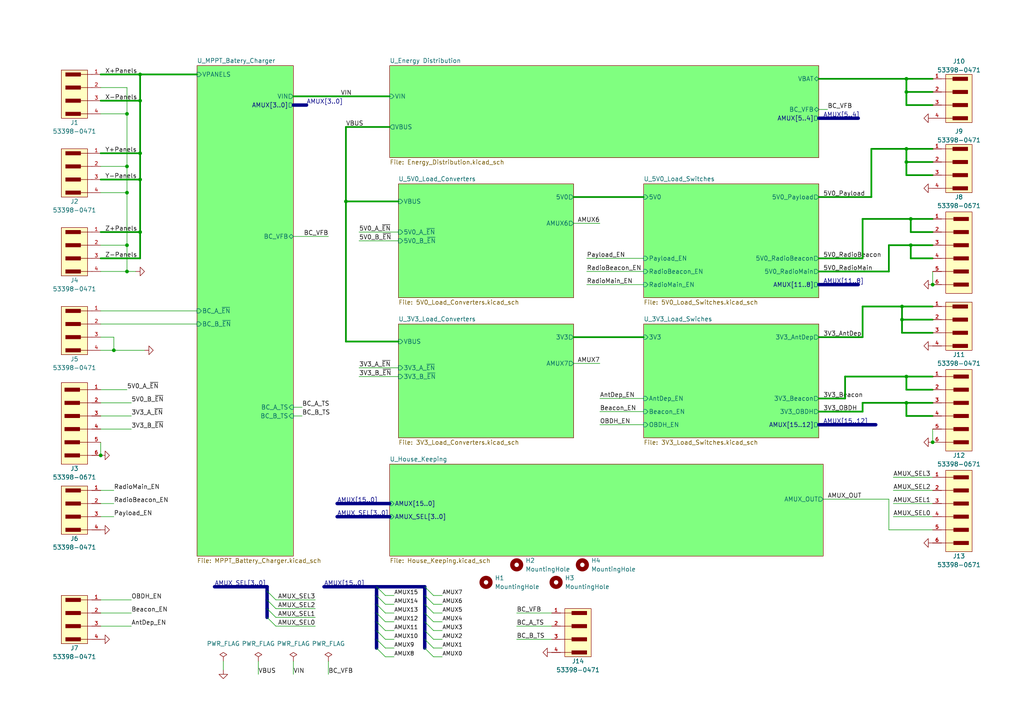
<source format=kicad_sch>
(kicad_sch (version 20230121) (generator eeschema)
  (paper "A4")
  (title_block (title "Reliability Enhanced Electrical Power System") (date "2023-08-03") (rev "v0.0") (comment 1 "João C. E. Barcellos <joaoclaudiobarcellos@gmail.com>") (comment 2 "Laura Debastiani <laudebastiani@gmail.com>"))
  (lib_symbols
    (symbol "533980471:533980471_1" (pin_names (offset 0))
      (property "Reference" "J" (at -11.43 -5.08 0))
      (property "Value" "53398-0471" (at -11.43 -7.62 0))
      (symbol "533980471_1_1_1"
        (rectangle (start -15.24 10.16) (end -7.62 -3.81) (fill (type background)))
        (rectangle (start -13.97 -2.032) (end -9.652 -3.048) (fill (type outline)))
        (rectangle (start -13.97 1.778) (end -9.652 0.762) (fill (type outline)))
        (rectangle (start -13.97 5.588) (end -9.652 4.572) (fill (type outline)))
        (rectangle (start -13.97 9.398) (end -9.652 8.382) (fill (type outline)))
        (polyline (pts (xy -11.938 -2.54) (xy -6.35 -2.54)))
        (polyline (pts (xy -11.938 1.27) (xy -6.35 1.27)))
        (polyline (pts (xy -11.938 5.08) (xy -6.35 5.08)))
        (polyline (pts (xy -11.938 8.89) (xy -6.35 8.89)))
        (pin passive line (at -3.81 8.89 180) (length 2.54) (name "") (number "1"))
        (pin passive line (at -3.81 5.08 180) (length 2.54) (name "") (number "2"))
        (pin passive line (at -3.81 1.27 180) (length 2.54) (name "") (number "3"))
        (pin passive line (at -3.81 -2.54 180) (length 2.54) (name "") (number "4"))
        (pin no_connect line (at -24.13 5.08 180) (length 2.54) hide (name "MNT_1") (number "5"))
        (pin no_connect line (at -24.13 1.27 180) (length 2.54) hide (name "MNT_2") (number "6"))
      )
    )
    (symbol "533980671:53398-0671" (pin_names (offset 0))
      (property "Reference" "J16" (at -8.89 3.81 0))
      (property "Value" "53398-0671" (at -8.89 1.27 0))
      (symbol "53398-0671_1_1"
        (rectangle (start -12.7 -0.508) (end -5.08 -24.13) (fill (type background)))
        (rectangle (start -11.684 -21.082) (end -7.366 -22.098) (fill (type outline)))
        (rectangle (start -11.684 -17.272) (end -7.366 -18.288) (fill (type outline)))
        (rectangle (start -11.684 -13.462) (end -7.366 -14.478) (fill (type outline)))
        (rectangle (start -11.684 -9.652) (end -7.366 -10.668) (fill (type outline)))
        (rectangle (start -11.684 -5.842) (end -7.366 -6.858) (fill (type outline)))
        (rectangle (start -11.684 -2.032) (end -7.366 -3.048) (fill (type outline)))
        (polyline (pts (xy -9.398 -21.59) (xy -3.81 -21.59)))
        (polyline (pts (xy -9.398 -17.78) (xy -3.81 -17.78)))
        (polyline (pts (xy -9.398 -13.97) (xy -3.81 -13.97)))
        (polyline (pts (xy -9.398 -10.16) (xy -3.81 -10.16)))
        (polyline (pts (xy -9.398 -6.35) (xy -3.81 -6.35)))
        (polyline (pts (xy -9.398 -2.54) (xy -3.81 -2.54)))
        (pin passive line (at -1.27 -2.54 180) (length 2.54) (name "") (number "1"))
        (pin passive line (at -1.27 -6.35 180) (length 2.54) (name "") (number "2"))
        (pin passive line (at -1.27 -10.16 180) (length 2.54) (name "") (number "3"))
        (pin passive line (at -1.27 -13.97 180) (length 2.54) (name "") (number "4"))
        (pin passive line (at -1.27 -17.78 180) (length 2.54) (name "") (number "5"))
        (pin passive line (at -1.27 -21.59 180) (length 2.54) (name "") (number "6"))
        (pin no_connect line (at -21.59 -10.16 180) (length 2.54) hide (name "MNT_1") (number "7"))
        (pin no_connect line (at -21.59 -13.97 180) (length 2.54) hide (name "MNT_2") (number "8"))
      )
    )
    (symbol "Mechanical:MountingHole" (pin_names (offset 1.016))
      (property "Reference" "H" (at 0 5.08 0))
      (property "Value" "MountingHole" (at 0 3.175 0))
      (symbol "MountingHole_0_1"
        (circle (center 0 0) (radius 1.27) (stroke (width 1.27)))
      )
    )
    (symbol "power:GND" (power) (pin_names (offset 0))
      (property "Value" "GND" (at 0 -3.81 0))
      (symbol "GND_0_1"
        (polyline (pts (xy 0 0) (xy 0 -1.27) (xy 1.27 -1.27) (xy 0 -2.54) (xy -1.27 -1.27) (xy 0 -1.27)))
      )
      (symbol "GND_1_1"
        (pin power_in line (at 0 0 270) (length 0) hide (name "GND") (number "1"))
      )
    )
    (symbol "power:PWR_FLAG" (power) (pin_numbers hide) (pin_names (offset 0) hide)
      (property "Value" "PWR_FLAG" (at 0 3.81 0))
      (symbol "PWR_FLAG_0_0"
        (pin power_out line (at 0 0 90) (length 0) (name "pwr") (number "1"))
      )
      (symbol "PWR_FLAG_0_1"
        (polyline (pts (xy 0 0) (xy 0 1.27) (xy -1.016 1.905) (xy 0 2.54) (xy 1.016 1.905) (xy 0 1.27)))
      )
    )
  )
  (junction (at 36.83 33.02))
  (junction (at 40.64 44.45))
  (junction (at 264.16 63.5))
  (junction (at 40.64 29.21))
  (junction (at 29.21 132.08))
  (junction (at 100.33 58.42))
  (junction (at 36.83 55.88))
  (junction (at 262.89 46.99))
  (junction (at 36.83 78.74))
  (junction (at 261.62 88.9))
  (junction (at 262.89 26.67))
  (junction (at 40.64 67.31))
  (junction (at 261.62 92.71))
  (junction (at 264.16 71.12))
  (junction (at 262.89 116.84))
  (junction (at 270.51 82.55))
  (junction (at 270.51 128.27))
  (junction (at 40.64 21.59))
  (junction (at 33.02 101.6))
  (junction (at 40.64 52.07))
  (junction (at 262.89 22.86))
  (junction (at 262.89 109.22))
  (junction (at 262.89 43.18))
  (junction (at 36.83 48.26))
  (junction (at 36.83 71.12))
  (bus_entry (at 109.22 182.88) (size 2.54 2.54))
  (bus_entry (at 109.22 187.96) (size 2.54 2.54))
  (bus_entry (at 123.19 175.26) (size 2.54 2.54))
  (bus_entry (at 109.22 175.26) (size 2.54 2.54))
  (bus_entry (at 109.22 180.34) (size 2.54 2.54))
  (bus_entry (at 109.22 177.8) (size 2.54 2.54))
  (bus_entry (at 123.19 182.88) (size 2.54 2.54))
  (bus_entry (at 109.22 185.42) (size 2.54 2.54))
  (bus_entry (at 123.19 177.8) (size 2.54 2.54))
  (bus_entry (at 123.19 187.96) (size 2.54 2.54))
  (bus_entry (at 77.47 171.45) (size 2.54 2.54))
  (bus_entry (at 123.19 180.34) (size 2.54 2.54))
  (bus_entry (at 123.19 185.42) (size 2.54 2.54))
  (bus_entry (at 77.47 176.53) (size 2.54 2.54))
  (bus_entry (at 123.19 172.72) (size 2.54 2.54))
  (bus_entry (at 123.19 170.18) (size 2.54 2.54))
  (bus_entry (at 77.47 173.99) (size 2.54 2.54))
  (bus_entry (at 77.47 179.07) (size 2.54 2.54))
  (bus_entry (at 109.22 170.18) (size 2.54 2.54))
  (bus_entry (at 109.22 172.72) (size 2.54 2.54))
  (wire (pts (xy 29.21 90.17) (xy 57.15 90.17)))
  (wire (pts (xy 250.19 63.5) (xy 250.19 74.93)) (stroke (width 0.5)))
  (wire (pts (xy 262.89 43.18) (xy 270.51 43.18)) (stroke (width 0.5)))
  (wire (pts (xy 262.89 120.65) (xy 262.89 116.84)) (stroke (width 0.5)))
  (bus (pts (xy 123.19 175.26) (xy 123.19 177.8)) (stroke (width 1)))
  (wire (pts (xy 270.51 124.46) (xy 270.51 128.27)))
  (wire (pts (xy 270.51 96.52) (xy 261.62 96.52)) (stroke (width 0.5)))
  (wire (pts (xy 91.44 176.53) (xy 80.01 176.53)))
  (wire (pts (xy 125.73 175.26) (xy 128.27 175.26)))
  (wire (pts (xy 262.89 46.99) (xy 262.89 43.18)) (stroke (width 0.5)))
  (wire (pts (xy 245.11 109.22) (xy 245.11 115.57)) (stroke (width 0.5)))
  (wire (pts (xy 29.21 124.46) (xy 38.1 124.46)))
  (wire (pts (xy 29.21 146.05) (xy 33.02 146.05)))
  (wire (pts (xy 270.51 153.67) (xy 257.81 153.67)))
  (wire (pts (xy 29.21 44.45) (xy 40.64 44.45)) (stroke (width 0.5)))
  (wire (pts (xy 261.62 88.9) (xy 270.51 88.9)) (stroke (width 0.5)))
  (wire (pts (xy 237.49 31.75) (xy 240.03 31.75)))
  (wire (pts (xy 85.09 191.77) (xy 85.09 195.58)))
  (bus (pts (xy 109.22 172.72) (xy 109.22 175.26)) (stroke (width 1)))
  (wire (pts (xy 261.62 92.71) (xy 261.62 88.9)) (stroke (width 0.5)))
  (wire (pts (xy 166.37 57.15) (xy 186.69 57.15)) (stroke (width 0.5)))
  (wire (pts (xy 85.09 118.11) (xy 87.63 118.11)))
  (wire (pts (xy 40.64 21.59) (xy 40.64 29.21)) (stroke (width 0.5)))
  (bus (pts (xy 77.47 176.53) (xy 77.47 179.07)) (stroke (width 1)))
  (wire (pts (xy 29.21 93.98) (xy 57.15 93.98)))
  (wire (pts (xy 125.73 182.88) (xy 128.27 182.88)))
  (wire (pts (xy 262.89 26.67) (xy 262.89 22.86)) (stroke (width 0.5)))
  (wire (pts (xy 270.51 26.67) (xy 262.89 26.67)) (stroke (width 0.5)))
  (wire (pts (xy 36.83 25.4) (xy 29.21 25.4)))
  (wire (pts (xy 29.21 78.74) (xy 36.83 78.74)))
  (wire (pts (xy 270.51 120.65) (xy 262.89 120.65)) (stroke (width 0.5)))
  (wire (pts (xy 250.19 88.9) (xy 250.19 97.79)) (stroke (width 0.5)))
  (wire (pts (xy 74.93 191.77) (xy 74.93 195.58)))
  (wire (pts (xy 29.21 52.07) (xy 40.64 52.07)) (stroke (width 0.5)))
  (wire (pts (xy 264.16 74.93) (xy 264.16 71.12)) (stroke (width 0.5)))
  (wire (pts (xy 100.33 99.06) (xy 100.33 58.42)) (stroke (width 0.5)))
  (wire (pts (xy 250.19 119.38) (xy 250.19 116.84)) (stroke (width 0.5)))
  (bus (pts (xy 237.49 82.55) (xy 248.92 82.55)) (stroke (width 1)))
  (wire (pts (xy 36.83 25.4) (xy 36.83 33.02)))
  (wire (pts (xy 125.73 177.8) (xy 128.27 177.8)))
  (wire (pts (xy 115.57 99.06) (xy 100.33 99.06)) (stroke (width 0.5)))
  (wire (pts (xy 104.14 106.68) (xy 115.57 106.68)))
  (wire (pts (xy 64.77 191.77) (xy 64.77 194.31)))
  (wire (pts (xy 173.99 123.19) (xy 186.69 123.19)))
  (wire (pts (xy 111.76 187.96) (xy 114.3 187.96)))
  (wire (pts (xy 252.73 43.18) (xy 262.89 43.18)) (stroke (width 0.5)))
  (wire (pts (xy 259.08 146.05) (xy 270.51 146.05)))
  (wire (pts (xy 173.99 115.57) (xy 186.69 115.57)))
  (wire (pts (xy 257.81 71.12) (xy 264.16 71.12)) (stroke (width 0.5)))
  (wire (pts (xy 259.08 149.86) (xy 270.51 149.86)))
  (wire (pts (xy 125.73 190.5) (xy 128.27 190.5)))
  (wire (pts (xy 104.14 67.31) (xy 115.57 67.31)))
  (wire (pts (xy 104.14 69.85) (xy 115.57 69.85)))
  (wire (pts (xy 125.73 187.96) (xy 128.27 187.96)))
  (bus (pts (xy 109.22 175.26) (xy 109.22 177.8)) (stroke (width 1)))
  (wire (pts (xy 264.16 71.12) (xy 270.51 71.12)) (stroke (width 0.5)))
  (bus (pts (xy 109.22 170.18) (xy 123.19 170.18)) (stroke (width 1)))
  (wire (pts (xy 264.16 67.31) (xy 264.16 63.5)) (stroke (width 0.5)))
  (bus (pts (xy 97.79 146.05) (xy 113.03 146.05)) (stroke (width 1)))
  (wire (pts (xy 29.21 120.65) (xy 38.1 120.65)))
  (wire (pts (xy 36.83 48.26) (xy 36.83 55.88)))
  (wire (pts (xy 100.33 36.83) (xy 113.03 36.83)) (stroke (width 0.5)))
  (bus (pts (xy 123.19 172.72) (xy 123.19 175.26)) (stroke (width 1)))
  (wire (pts (xy 40.64 21.59) (xy 57.15 21.59)) (stroke (width 0.5)))
  (wire (pts (xy 29.21 177.8) (xy 38.1 177.8)))
  (wire (pts (xy 29.21 29.21) (xy 40.64 29.21)) (stroke (width 0.5)))
  (wire (pts (xy 29.21 97.79) (xy 33.02 97.79)))
  (bus (pts (xy 109.22 170.18) (xy 109.22 172.72)) (stroke (width 1)))
  (wire (pts (xy 111.76 175.26) (xy 114.3 175.26)))
  (wire (pts (xy 111.76 190.5) (xy 114.3 190.5)))
  (wire (pts (xy 29.21 181.61) (xy 38.1 181.61)))
  (bus (pts (xy 123.19 177.8) (xy 123.19 180.34)) (stroke (width 1)))
  (wire (pts (xy 29.21 149.86) (xy 33.02 149.86)))
  (wire (pts (xy 29.21 48.26) (xy 36.83 48.26)))
  (wire (pts (xy 111.76 172.72) (xy 114.3 172.72)))
  (wire (pts (xy 29.21 67.31) (xy 40.64 67.31)) (stroke (width 0.5)))
  (wire (pts (xy 85.09 27.94) (xy 113.03 27.94)) (stroke (width 0.5)))
  (wire (pts (xy 95.25 191.77) (xy 95.25 195.58)))
  (wire (pts (xy 262.89 109.22) (xy 270.51 109.22)) (stroke (width 0.5)))
  (wire (pts (xy 36.83 71.12) (xy 36.83 78.74)))
  (wire (pts (xy 29.21 52.07) (xy 30.48 52.07)))
  (wire (pts (xy 40.64 52.07) (xy 40.64 67.31)) (stroke (width 0.5)))
  (wire (pts (xy 125.73 180.34) (xy 128.27 180.34)))
  (wire (pts (xy 270.51 67.31) (xy 264.16 67.31)) (stroke (width 0.5)))
  (wire (pts (xy 262.89 22.86) (xy 270.51 22.86)) (stroke (width 0.5)))
  (wire (pts (xy 166.37 105.41) (xy 173.99 105.41)))
  (wire (pts (xy 270.51 74.93) (xy 264.16 74.93)) (stroke (width 0.5)))
  (bus (pts (xy 237.49 123.19) (xy 254 123.19)) (stroke (width 1)))
  (bus (pts (xy 237.49 34.29) (xy 248.92 34.29)) (stroke (width 1)))
  (wire (pts (xy 40.64 67.31) (xy 40.64 74.93)) (stroke (width 0.5)))
  (wire (pts (xy 40.64 29.21) (xy 40.64 44.45)) (stroke (width 0.5)))
  (wire (pts (xy 40.64 44.45) (xy 40.64 52.07)) (stroke (width 0.5)))
  (bus (pts (xy 85.09 30.48) (xy 88.9 30.48)) (stroke (width 1)))
  (wire (pts (xy 29.21 21.59) (xy 40.64 21.59)) (stroke (width 0.5)))
  (wire (pts (xy 149.86 181.61) (xy 160.02 181.61)))
  (bus (pts (xy 123.19 180.34) (xy 123.19 182.88)) (stroke (width 1)))
  (wire (pts (xy 29.21 33.02) (xy 36.83 33.02)))
  (wire (pts (xy 270.51 46.99) (xy 262.89 46.99)) (stroke (width 0.5)))
  (wire (pts (xy 237.49 78.74) (xy 257.81 78.74)) (stroke (width 0.5)))
  (wire (pts (xy 237.49 97.79) (xy 250.19 97.79)) (stroke (width 0.5)))
  (wire (pts (xy 166.37 64.77) (xy 173.99 64.77)))
  (wire (pts (xy 173.99 119.38) (xy 186.69 119.38)))
  (bus (pts (xy 109.22 182.88) (xy 109.22 185.42)) (stroke (width 1)))
  (bus (pts (xy 123.19 185.42) (xy 123.19 187.96)) (stroke (width 1)))
  (wire (pts (xy 270.51 50.8) (xy 262.89 50.8)) (stroke (width 0.5)))
  (bus (pts (xy 93.98 170.18) (xy 109.22 170.18)) (stroke (width 1)))
  (wire (pts (xy 245.11 109.22) (xy 262.89 109.22)) (stroke (width 0.5)))
  (wire (pts (xy 270.51 113.03) (xy 262.89 113.03)) (stroke (width 0.5)))
  (wire (pts (xy 237.49 74.93) (xy 250.19 74.93)) (stroke (width 0.5)))
  (wire (pts (xy 111.76 185.42) (xy 114.3 185.42)))
  (wire (pts (xy 270.51 78.74) (xy 270.51 82.55)))
  (wire (pts (xy 237.49 119.38) (xy 250.19 119.38)) (stroke (width 0.5)))
  (wire (pts (xy 252.73 57.15) (xy 237.49 57.15)) (stroke (width 0.5)))
  (bus (pts (xy 123.19 182.88) (xy 123.19 185.42)) (stroke (width 1)))
  (bus (pts (xy 97.79 149.86) (xy 113.03 149.86)) (stroke (width 1)))
  (wire (pts (xy 270.51 30.48) (xy 262.89 30.48)) (stroke (width 0.5)))
  (wire (pts (xy 125.73 185.42) (xy 128.27 185.42)))
  (wire (pts (xy 257.81 153.67) (xy 257.81 144.78)))
  (bus (pts (xy 109.22 185.42) (xy 109.22 187.96)) (stroke (width 1)))
  (wire (pts (xy 29.21 71.12) (xy 36.83 71.12)))
  (wire (pts (xy 262.89 50.8) (xy 262.89 46.99)) (stroke (width 0.5)))
  (wire (pts (xy 36.83 33.02) (xy 36.83 48.26)))
  (wire (pts (xy 262.89 30.48) (xy 262.89 26.67)) (stroke (width 0.5)))
  (wire (pts (xy 91.44 173.99) (xy 80.01 173.99)))
  (wire (pts (xy 29.21 55.88) (xy 36.83 55.88)))
  (bus (pts (xy 109.22 177.8) (xy 109.22 180.34)) (stroke (width 1)))
  (wire (pts (xy 40.64 74.93) (xy 29.21 74.93)) (stroke (width 0.5)))
  (wire (pts (xy 237.49 22.86) (xy 262.89 22.86)) (stroke (width 0.5)))
  (wire (pts (xy 36.83 55.88) (xy 36.83 71.12)))
  (wire (pts (xy 29.21 113.03) (xy 36.83 113.03)))
  (wire (pts (xy 250.19 88.9) (xy 261.62 88.9)) (stroke (width 0.5)))
  (wire (pts (xy 252.73 43.18) (xy 252.73 57.15)) (stroke (width 0.5)))
  (wire (pts (xy 238.76 144.78) (xy 257.81 144.78)))
  (wire (pts (xy 91.44 179.07) (xy 80.01 179.07)))
  (wire (pts (xy 270.51 92.71) (xy 261.62 92.71)) (stroke (width 0.5)))
  (bus (pts (xy 77.47 173.99) (xy 77.47 176.53)) (stroke (width 1)))
  (wire (pts (xy 250.19 116.84) (xy 262.89 116.84)) (stroke (width 0.5)))
  (wire (pts (xy 170.18 74.93) (xy 186.69 74.93)))
  (wire (pts (xy 111.76 180.34) (xy 114.3 180.34)))
  (wire (pts (xy 111.76 177.8) (xy 114.3 177.8)))
  (wire (pts (xy 166.37 97.79) (xy 186.69 97.79)) (stroke (width 0.5)))
  (wire (pts (xy 149.86 177.8) (xy 160.02 177.8)))
  (wire (pts (xy 29.21 101.6) (xy 33.02 101.6)))
  (bus (pts (xy 62.23 170.18) (xy 77.47 170.18)) (stroke (width 1)))
  (wire (pts (xy 237.49 115.57) (xy 245.11 115.57)) (stroke (width 0.5)))
  (wire (pts (xy 33.02 101.6) (xy 41.91 101.6)))
  (wire (pts (xy 29.21 128.27) (xy 29.21 132.08)))
  (wire (pts (xy 250.19 63.5) (xy 264.16 63.5)) (stroke (width 0.5)))
  (wire (pts (xy 170.18 82.55) (xy 186.69 82.55)))
  (wire (pts (xy 91.44 181.61) (xy 80.01 181.61)))
  (wire (pts (xy 259.08 142.24) (xy 270.51 142.24)))
  (wire (pts (xy 95.25 68.58) (xy 85.09 68.58)))
  (wire (pts (xy 100.33 58.42) (xy 115.57 58.42)) (stroke (width 0.5)))
  (wire (pts (xy 104.14 109.22) (xy 115.57 109.22)))
  (wire (pts (xy 257.81 78.74) (xy 257.81 71.12)) (stroke (width 0.5)))
  (bus (pts (xy 77.47 171.45) (xy 77.47 173.99)) (stroke (width 1)))
  (wire (pts (xy 29.21 173.99) (xy 38.1 173.99)))
  (bus (pts (xy 77.47 170.18) (xy 77.47 171.45)) (stroke (width 1)))
  (wire (pts (xy 100.33 58.42) (xy 100.33 36.83)) (stroke (width 0.5)))
  (wire (pts (xy 261.62 96.52) (xy 261.62 92.71)) (stroke (width 0.5)))
  (bus (pts (xy 123.19 170.18) (xy 123.19 172.72)) (stroke (width 1)))
  (wire (pts (xy 149.86 185.42) (xy 160.02 185.42)))
  (wire (pts (xy 264.16 63.5) (xy 270.51 63.5)) (stroke (width 0.5)))
  (wire (pts (xy 85.09 120.65) (xy 87.63 120.65)))
  (wire (pts (xy 125.73 172.72) (xy 128.27 172.72)))
  (wire (pts (xy 111.76 182.88) (xy 114.3 182.88)))
  (wire (pts (xy 262.89 116.84) (xy 270.51 116.84)) (stroke (width 0.5)))
  (bus (pts (xy 109.22 180.34) (xy 109.22 182.88)) (stroke (width 1)))
  (wire (pts (xy 262.89 113.03) (xy 262.89 109.22)) (stroke (width 0.5)))
  (wire (pts (xy 170.18 78.74) (xy 186.69 78.74)))
  (wire (pts (xy 36.83 78.74) (xy 39.37 78.74)))
  (wire (pts (xy 259.08 138.43) (xy 270.51 138.43)))
  (wire (pts (xy 29.21 116.84) (xy 38.1 116.84)))
  (wire (pts (xy 29.21 142.24) (xy 33.02 142.24)))
  (wire (pts (xy 33.02 97.79) (xy 33.02 101.6)))
  (label "AMUX1" (at 128.27 187.96 0) (effects (font (size 1.15 1.15))))
  (label "3V3_B_~{EN}" (at 104.14 109.22 0))
  (label "3V3_Beacon" (at 238.76 115.57 0))
  (label "BC_B_TS" (at 87.63 120.65 0))
  (label "AMUX10" (at 114.3 185.42 0) (effects (font (size 1.15 1.15))))
  (label "AMUX[15..0]" (at 97.79 146.05 0))
  (label "Beacon_EN" (at 173.99 119.38 0))
  (label "AMUX[11..8]" (at 238.76 82.55 0))
  (label "AMUX[15..12]" (at 238.76 123.19 0))
  (label "AMUX15" (at 114.3 172.72 0) (effects (font (size 1.15 1.15))))
  (label "VIN" (at 85.09 195.58 0))
  (label "5V0_B_~{EN}" (at 38.1 116.84 0))
  (label "AMUX9" (at 114.3 187.96 0) (effects (font (size 1.15 1.15))))
  (label "AMUX6" (at 173.99 64.77 180))
  (label "BC_VFB" (at 149.86 177.8 0))
  (label "AMUX[3..0]" (at 88.9 30.48 0))
  (label "AMUX_SEL[3..0]" (at 62.23 170.18 0))
  (label "AMUX_SEL3" (at 91.44 173.99 180))
  (label "AMUX12" (at 114.3 180.34 0) (effects (font (size 1.15 1.15))))
  (label "Z-Panels" (at 30.48 74.93 0))
  (label "AMUX_SEL[3..0]" (at 97.79 149.86 0))
  (label "VBUS" (at 100.33 36.83 0))
  (label "5V0_A_~{EN}" (at 36.83 113.03 0))
  (label "5V0_A_~{EN}" (at 104.14 67.31 0))
  (label "3V3_A_~{EN}" (at 104.14 106.68 0))
  (label "AMUX5" (at 128.27 177.8 0) (effects (font (size 1.15 1.15))))
  (label "AMUX6" (at 128.27 175.26 0) (effects (font (size 1.15 1.15))))
  (label "BC_A_TS" (at 87.63 118.11 0))
  (label "AMUX_SEL3" (at 259.08 138.43 0))
  (label "AMUX7" (at 173.99 105.41 180))
  (label "AMUX14" (at 114.3 175.26 0) (effects (font (size 1.15 1.15))))
  (label "AMUX_OUT" (at 240.03 144.78 0))
  (label "AMUX3" (at 128.27 182.88 0) (effects (font (size 1.15 1.15))))
  (label "Y+Panels" (at 30.48 44.45 0))
  (label "AMUX_SEL0" (at 91.44 181.61 180))
  (label "AntDep_EN" (at 173.99 115.57 0))
  (label "BC_B_TS" (at 149.86 185.42 0))
  (label "RadioBeacon_EN" (at 33.02 146.05 0))
  (label "AMUX[15..0]" (at 93.98 170.18 0))
  (label "Beacon_EN" (at 38.1 177.8 0))
  (label "RadioMain_EN" (at 33.02 142.24 0))
  (label "BC_A_TS" (at 149.86 181.61 0))
  (label "AMUX_SEL2" (at 259.08 142.24 0))
  (label "AMUX_SEL0" (at 259.08 149.86 0))
  (label "AMUX11" (at 114.3 182.88 0) (effects (font (size 1.15 1.15))))
  (label "Y-Panels" (at 30.48 52.07 0))
  (label "X+Panels" (at 30.48 21.59 0))
  (label "AMUX8" (at 114.3 190.5 0) (effects (font (size 1.15 1.15))))
  (label "BC_VFB" (at 95.25 68.58 180))
  (label "Payload_EN" (at 170.18 74.93 0))
  (label "AntDep_EN" (at 38.1 181.61 0))
  (label "5V0_B_~{EN}" (at 104.14 69.85 0))
  (label "AMUX13" (at 114.3 177.8 0) (effects (font (size 1.15 1.15))))
  (label "OBDH_EN" (at 38.1 173.99 0))
  (label "3V3_AntDep" (at 238.76 97.79 0))
  (label "AMUX0" (at 128.27 190.5 0) (effects (font (size 1.15 1.15))))
  (label "VBUS" (at 74.93 195.58 0))
  (label "AMUX7" (at 128.27 172.72 0) (effects (font (size 1.15 1.15))))
  (label "AMUX_SEL2" (at 91.44 176.53 180))
  (label "3V3_A_~{EN}" (at 38.1 120.65 0))
  (label "AMUX_SEL1" (at 259.08 146.05 0))
  (label "5V0_RadioMain" (at 238.76 78.74 0))
  (label "BC_VFB" (at 95.25 195.58 0))
  (label "5V0_RadioBeacon" (at 238.76 74.93 0))
  (label "BC_VFB" (at 240.03 31.75 0))
  (label "Payload_EN" (at 33.02 149.86 0))
  (label "3V3_OBDH" (at 238.76 119.38 0))
  (label "3V3_B_~{EN}" (at 38.1 124.46 0))
  (label "RadioMain_EN" (at 170.18 82.55 0))
  (label "5V0_Payload" (at 238.76 57.15 0))
  (label "AMUX[5..4]" (at 238.76 34.29 0))
  (label "RadioBeacon_EN" (at 170.18 78.74 0))
  (label "AMUX4" (at 128.27 180.34 0) (effects (font (size 1.15 1.15))))
  (label "Z+Panels" (at 30.48 67.31 0))
  (label "VIN" (at 98.8105 27.94 0))
  (label "X-Panels" (at 30.48 29.21 0))
  (label "AMUX2" (at 128.27 185.42 0) (effects (font (size 1.15 1.15))))
  (label "AMUX_SEL1" (at 91.44 179.07 180))
  (label "OBDH_EN" (at 173.99 123.19 0))
  (symbol (lib_id "power:GND") (at 39.37 78.74 90) (unit 1)
    (property "Reference" "#PWR039" (effects hide))
    (property "Value" "Earth" (effects hide))
  )
  (symbol (lib_id "power:GND") (at 270.51 34.29 270) (unit 1)
    (property "Reference" "#PWR042" (effects hide))
    (property "Value" "Earth" (effects hide))
  )
  (symbol (lib_id "533980471:533980471_1") (at 33.02 99.06 0) (unit 1)
    (property "Reference" "J5" (at 21.59 104.14 0))
    (property "Value" "53398-0471" (at 21.59 106.68 0))
    (property "Footprint" "footprints:533980471" (effects hide))
    (property "Datasheet" "https://www.molex.com/pdm_docs/ps/PS-51021-024-001.pdf" (effects hide))
    (property "ambient temperature range high" "+105°C" (effects hide))
    (property "ambient temperature range low" "-40°C" (effects hide))
    (property "automotive" "No" (effects hide))
    (property "category" "Conn" (effects hide))
    (property "contact material" "Tin" (effects hide))
    (property "current rating" "1A" (effects hide))
    (property "device class L1" "Connectors" (effects hide))
    (property "device class L2" "Headers and Wire Housings" (effects hide))
    (property "device class L3" "unset" (effects hide))
    (property "digikey description" "CONN HEADER SMD 4POS 1.25MM" (effects hide))
    (property "digikey part number" "WM7608CT-ND" (effects hide))
    (property "footprint url" "https://www.molex.com/pdm_docs/sd/533980471_sd.pdf" (effects hide))
    (property "height" "5.1mm" (effects hide))
    (property "is connector" "yes" (effects hide))
    (property "is male" "yes" (effects hide))
    (property "lead free" "Yes" (effects hide))
    (property "library id" "4d2e3deedc0cf3e3" (effects hide))
    (property "manufacturer" "Molex" (effects hide))
    (property "mouser part number" "538-53398-0471" (effects hide))
    (property "number of contacts" "4" (effects hide))
    (property "number of rows" "1" (effects hide))
    (property "package" "HDR4" (effects hide))
    (property "pitch" "1.25mm" (effects hide))
    (property "rohs" "Yes" (effects hide))
    (property "standoff height" "0.05mm" (effects hide))
    (property "temperature range high" "+105°C" (effects hide))
    (property "temperature range low" "-40°C" (effects hide))
    (property "voltage rating" "125V" (effects hide))
  )
  (symbol (lib_id "533980471:533980471_1") (at 33.02 53.34 0) (unit 1)
    (property "Reference" "J2" (at 21.59 58.42 0))
    (property "Value" "53398-0471" (at 21.59 60.96 0))
    (property "Footprint" "footprints:533980471" (effects hide))
    (property "Datasheet" "https://www.molex.com/pdm_docs/ps/PS-51021-024-001.pdf" (effects hide))
    (property "ambient temperature range high" "+105°C" (effects hide))
    (property "ambient temperature range low" "-40°C" (effects hide))
    (property "automotive" "No" (effects hide))
    (property "category" "Conn" (effects hide))
    (property "contact material" "Tin" (effects hide))
    (property "current rating" "1A" (effects hide))
    (property "device class L1" "Connectors" (effects hide))
    (property "device class L2" "Headers and Wire Housings" (effects hide))
    (property "device class L3" "unset" (effects hide))
    (property "digikey description" "CONN HEADER SMD 4POS 1.25MM" (effects hide))
    (property "digikey part number" "WM7608CT-ND" (effects hide))
    (property "footprint url" "https://www.molex.com/pdm_docs/sd/533980471_sd.pdf" (effects hide))
    (property "height" "5.1mm" (effects hide))
    (property "is connector" "yes" (effects hide))
    (property "is male" "yes" (effects hide))
    (property "lead free" "Yes" (effects hide))
    (property "library id" "4d2e3deedc0cf3e3" (effects hide))
    (property "manufacturer" "Molex" (effects hide))
    (property "mouser part number" "538-53398-0471" (effects hide))
    (property "number of contacts" "4" (effects hide))
    (property "number of rows" "1" (effects hide))
    (property "package" "HDR4" (effects hide))
    (property "pitch" "1.25mm" (effects hide))
    (property "rohs" "Yes" (effects hide))
    (property "standoff height" "0.05mm" (effects hide))
    (property "temperature range high" "+105°C" (effects hide))
    (property "temperature range low" "-40°C" (effects hide))
    (property "voltage rating" "125V" (effects hide))
  )
  (symbol (lib_id "Mechanical:MountingHole") (at 168.91 163.83 0) (unit 1)
    (property "Reference" "H4" (at 171.45 162.56 0) (effects (justify left)))
    (property "Value" "MountingHole" (at 171.45 165.1 0) (effects (justify left)))
    (property "Footprint" "MountingHole:MountingHole_3.2mm_M3_ISO14580_Pad" (effects hide))
  )
  (symbol (lib_id "power:GND") (at 270.51 82.55 270) (unit 1)
    (property "Reference" "#PWR0119" (effects hide))
    (property "Value" "Earth" (effects hide))
  )
  (symbol (lib_id "Mechanical:MountingHole") (at 161.29 168.91 0) (unit 1)
    (property "Reference" "H3" (at 163.83 167.64 0) (effects (justify left)))
    (property "Value" "MountingHole" (at 163.83 170.18 0) (effects (justify left)))
    (property "Footprint" "MountingHole:MountingHole_3.2mm_M3_ISO14580_Pad" (effects hide))
  )
  (symbol (lib_id "533980471:533980471_1") (at 156.21 186.69 0) (mirror y) (unit 1)
    (property "Reference" "J14" (at 167.64 191.77 0))
    (property "Value" "53398-0471" (at 167.64 194.31 0))
    (property "Footprint" "footprints:533980471" (effects hide))
    (property "Datasheet" "https://www.molex.com/pdm_docs/ps/PS-51021-024-001.pdf" (effects hide))
    (property "ambient temperature range high" "+105°C" (effects hide))
    (property "ambient temperature range low" "-40°C" (effects hide))
    (property "automotive" "No" (effects hide))
    (property "category" "Conn" (effects hide))
    (property "contact material" "Tin" (effects hide))
    (property "current rating" "1A" (effects hide))
    (property "device class L1" "Connectors" (effects hide))
    (property "device class L2" "Headers and Wire Housings" (effects hide))
    (property "device class L3" "unset" (effects hide))
    (property "digikey description" "CONN HEADER SMD 4POS 1.25MM" (effects hide))
    (property "digikey part number" "WM7608CT-ND" (effects hide))
    (property "footprint url" "https://www.molex.com/pdm_docs/sd/533980471_sd.pdf" (effects hide))
    (property "height" "5.1mm" (effects hide))
    (property "is connector" "yes" (effects hide))
    (property "is male" "yes" (effects hide))
    (property "lead free" "Yes" (effects hide))
    (property "library id" "4d2e3deedc0cf3e3" (effects hide))
    (property "manufacturer" "Molex" (effects hide))
    (property "mouser part number" "538-53398-0471" (effects hide))
    (property "number of contacts" "4" (effects hide))
    (property "number of rows" "1" (effects hide))
    (property "package" "HDR4" (effects hide))
    (property "pitch" "1.25mm" (effects hide))
    (property "rohs" "Yes" (effects hide))
    (property "standoff height" "0.05mm" (effects hide))
    (property "temperature range high" "+105°C" (effects hide))
    (property "temperature range low" "-40°C" (effects hide))
    (property "voltage rating" "125V" (effects hide))
  )
  (symbol (lib_id "power:PWR_FLAG") (at 95.25 191.77 0) (unit 1)
    (property "Reference" "#FLG019" (effects hide))
    (property "Value" "PWR_FLAG" (at 95.25 186.69 0))
  )
  (symbol (lib_id "power:GND") (at 270.51 100.33 270) (unit 1)
    (property "Reference" "#PWR0106" (effects hide))
    (property "Value" "Earth" (effects hide))
  )
  (symbol (lib_id "power:GND") (at 29.21 132.08 90) (unit 1)
    (property "Reference" "#PWR035" (effects hide))
    (property "Value" "Earth" (effects hide))
  )
  (symbol (lib_id "Mechanical:MountingHole") (at 149.86 163.83 0) (unit 1)
    (property "Reference" "H2" (at 152.4 162.56 0) (effects (justify left)))
    (property "Value" "MountingHole" (at 152.4 165.1 0) (effects (justify left)))
    (property "Footprint" "MountingHole:MountingHole_3.2mm_M3_ISO14580_Pad" (effects hide))
  )
  (symbol (lib_id "power:PWR_FLAG") (at 74.93 191.77 0) (unit 1)
    (property "Reference" "#FLG05" (effects hide))
    (property "Value" "PWR_FLAG" (at 74.93 186.69 0))
  )
  (symbol (lib_id "533980671:53398-0671") (at 30.48 110.49 0) (unit 1)
    (property "Reference" "J3" (at 21.59 135.89 0))
    (property "Value" "53398-0671" (at 21.59 138.43 0))
    (property "Footprint" "footprints:533980671" (effects hide))
    (property "Datasheet" "https://www.molex.com/pdm_docs/sd/533980671_sd.pdf" (effects hide))
    (property "category" "Conn" (effects hide))
    (property "contact material" "Tin" (effects hide))
    (property "current rating" "1A" (effects hide))
    (property "device class L1" "Connectors" (effects hide))
    (property "device class L2" "Headers and Wire Housings" (effects hide))
    (property "device class L3" "unset" (effects hide))
    (property "digikey description" "CONN HEADER 6POS 1.25MM VERT SMD" (effects hide))
    (property "digikey part number" "WM7610CT-ND" (effects hide))
    (property "height" "4.9mm" (effects hide))
    (property "is connector" "yes" (effects hide))
    (property "is male" "yes" (effects hide))
    (property "lead free" "yes" (effects hide))
    (property "library id" "da45f97994f845ed" (effects hide))
    (property "manufacturer" "Molex" (effects hide))
    (property "mouser description" "Headers & Wire Housings VERTICAL HDR SMT 6P" (effects hide))
    (property "mouser part number" "538-53398-0671" (effects hide))
    (property "number of contacts" "6" (effects hide))
    (property "number of rows" "1" (effects hide))
    (property "package" "HDR6" (effects hide))
    (property "rohs" "yes" (effects hide))
    (property "standoff height" "0.05mm" (effects hide))
    (property "temperature range high" "+85°C" (effects hide))
    (property "temperature range low" "-40°C" (effects hide))
    (property "voltage rating" "125V" (effects hide))
  )
  (symbol (lib_id "533980471:533980471_1") (at 33.02 76.2 0) (unit 1)
    (property "Reference" "J4" (at 21.59 81.28 0))
    (property "Value" "53398-0471" (at 21.59 83.82 0))
    (property "Footprint" "footprints:533980471" (effects hide))
    (property "Datasheet" "https://www.molex.com/pdm_docs/ps/PS-51021-024-001.pdf" (effects hide))
    (property "ambient temperature range high" "+105°C" (effects hide))
    (property "ambient temperature range low" "-40°C" (effects hide))
    (property "automotive" "No" (effects hide))
    (property "category" "Conn" (effects hide))
    (property "contact material" "Tin" (effects hide))
    (property "current rating" "1A" (effects hide))
    (property "device class L1" "Connectors" (effects hide))
    (property "device class L2" "Headers and Wire Housings" (effects hide))
    (property "device class L3" "unset" (effects hide))
    (property "digikey description" "CONN HEADER SMD 4POS 1.25MM" (effects hide))
    (property "digikey part number" "WM7608CT-ND" (effects hide))
    (property "footprint url" "https://www.molex.com/pdm_docs/sd/533980471_sd.pdf" (effects hide))
    (property "height" "5.1mm" (effects hide))
    (property "is connector" "yes" (effects hide))
    (property "is male" "yes" (effects hide))
    (property "lead free" "Yes" (effects hide))
    (property "library id" "4d2e3deedc0cf3e3" (effects hide))
    (property "manufacturer" "Molex" (effects hide))
    (property "mouser part number" "538-53398-0471" (effects hide))
    (property "number of contacts" "4" (effects hide))
    (property "number of rows" "1" (effects hide))
    (property "package" "HDR4" (effects hide))
    (property "pitch" "1.25mm" (effects hide))
    (property "rohs" "Yes" (effects hide))
    (property "standoff height" "0.05mm" (effects hide))
    (property "temperature range high" "+105°C" (effects hide))
    (property "temperature range low" "-40°C" (effects hide))
    (property "voltage rating" "125V" (effects hide))
  )
  (symbol (lib_id "533980671:53398-0671") (at 269.24 135.89 0) (mirror y) (unit 1)
    (property "Reference" "J13" (at 278.13 161.29 0))
    (property "Value" "53398-0671" (at 278.13 163.83 0))
    (property "Footprint" "footprints:533980671" (effects hide))
    (property "Datasheet" "https://www.molex.com/pdm_docs/sd/533980671_sd.pdf" (effects hide))
    (property "category" "Conn" (effects hide))
    (property "contact material" "Tin" (effects hide))
    (property "current rating" "1A" (effects hide))
    (property "device class L1" "Connectors" (effects hide))
    (property "device class L2" "Headers and Wire Housings" (effects hide))
    (property "device class L3" "unset" (effects hide))
    (property "digikey description" "CONN HEADER 6POS 1.25MM VERT SMD" (effects hide))
    (property "digikey part number" "WM7610CT-ND" (effects hide))
    (property "height" "4.9mm" (effects hide))
    (property "is connector" "yes" (effects hide))
    (property "is male" "yes" (effects hide))
    (property "lead free" "yes" (effects hide))
    (property "library id" "da45f97994f845ed" (effects hide))
    (property "manufacturer" "Molex" (effects hide))
    (property "mouser description" "Headers & Wire Housings VERTICAL HDR SMT 6P" (effects hide))
    (property "mouser part number" "538-53398-0671" (effects hide))
    (property "number of contacts" "6" (effects hide))
    (property "number of rows" "1" (effects hide))
    (property "package" "HDR6" (effects hide))
    (property "rohs" "yes" (effects hide))
    (property "standoff height" "0.05mm" (effects hide))
    (property "temperature range high" "+85°C" (effects hide))
    (property "temperature range low" "-40°C" (effects hide))
    (property "voltage rating" "125V" (effects hide))
  )
  (symbol (lib_id "power:GND") (at 270.51 157.48 270) (unit 1)
    (property "Reference" "#PWR041" (effects hide))
    (property "Value" "Earth" (effects hide))
  )
  (symbol (lib_id "power:GND") (at 160.02 189.23 270) (unit 1)
    (property "Reference" "#PWR040" (effects hide))
    (property "Value" "Earth" (effects hide))
  )
  (symbol (lib_id "power:PWR_FLAG") (at 64.77 191.77 0) (unit 1)
    (property "Reference" "#FLG08" (effects hide))
    (property "Value" "PWR_FLAG" (at 64.77 186.69 0))
  )
  (symbol (lib_id "power:GND") (at 41.91 101.6 90) (unit 1)
    (property "Reference" "#PWR038" (effects hide))
    (property "Value" "Earth" (effects hide))
  )
  (symbol (lib_id "533980471:533980471_1") (at 33.02 151.13 0) (unit 1)
    (property "Reference" "J6" (at 21.59 156.21 0))
    (property "Value" "53398-0471" (at 21.59 158.75 0))
    (property "Footprint" "footprints:533980471" (effects hide))
    (property "Datasheet" "https://www.molex.com/pdm_docs/ps/PS-51021-024-001.pdf" (effects hide))
    (property "ambient temperature range high" "+105°C" (effects hide))
    (property "ambient temperature range low" "-40°C" (effects hide))
    (property "automotive" "No" (effects hide))
    (property "category" "Conn" (effects hide))
    (property "contact material" "Tin" (effects hide))
    (property "current rating" "1A" (effects hide))
    (property "device class L1" "Connectors" (effects hide))
    (property "device class L2" "Headers and Wire Housings" (effects hide))
    (property "device class L3" "unset" (effects hide))
    (property "digikey description" "CONN HEADER SMD 4POS 1.25MM" (effects hide))
    (property "digikey part number" "WM7608CT-ND" (effects hide))
    (property "footprint url" "https://www.molex.com/pdm_docs/sd/533980471_sd.pdf" (effects hide))
    (property "height" "5.1mm" (effects hide))
    (property "is connector" "yes" (effects hide))
    (property "is male" "yes" (effects hide))
    (property "lead free" "Yes" (effects hide))
    (property "library id" "4d2e3deedc0cf3e3" (effects hide))
    (property "manufacturer" "Molex" (effects hide))
    (property "mouser part number" "538-53398-0471" (effects hide))
    (property "number of contacts" "4" (effects hide))
    (property "number of rows" "1" (effects hide))
    (property "package" "HDR4" (effects hide))
    (property "pitch" "1.25mm" (effects hide))
    (property "rohs" "Yes" (effects hide))
    (property "standoff height" "0.05mm" (effects hide))
    (property "temperature range high" "+105°C" (effects hide))
    (property "temperature range low" "-40°C" (effects hide))
    (property "voltage rating" "125V" (effects hide))
  )
  (symbol (lib_id "power:GND") (at 29.21 153.67 90) (unit 1)
    (property "Reference" "#PWR036" (effects hide))
    (property "Value" "Earth" (effects hide))
  )
  (symbol (lib_id "power:GND") (at 64.77 194.31 0) (unit 1)
    (property "Reference" "#PWR0109" (effects hide))
    (property "Value" "Earth" (effects hide))
  )
  (symbol (lib_id "533980671:53398-0671") (at 269.24 106.68 0) (mirror y) (unit 1)
    (property "Reference" "J12" (at 278.13 132.08 0))
    (property "Value" "53398-0671" (at 278.13 134.62 0))
    (property "Footprint" "footprints:533980671" (effects hide))
    (property "Datasheet" "https://www.molex.com/pdm_docs/sd/533980671_sd.pdf" (effects hide))
    (property "category" "Conn" (effects hide))
    (property "contact material" "Tin" (effects hide))
    (property "current rating" "1A" (effects hide))
    (property "device class L1" "Connectors" (effects hide))
    (property "device class L2" "Headers and Wire Housings" (effects hide))
    (property "device class L3" "unset" (effects hide))
    (property "digikey description" "CONN HEADER 6POS 1.25MM VERT SMD" (effects hide))
    (property "digikey part number" "WM7610CT-ND" (effects hide))
    (property "height" "4.9mm" (effects hide))
    (property "is connector" "yes" (effects hide))
    (property "is male" "yes" (effects hide))
    (property "lead free" "yes" (effects hide))
    (property "library id" "da45f97994f845ed" (effects hide))
    (property "manufacturer" "Molex" (effects hide))
    (property "mouser description" "Headers & Wire Housings VERTICAL HDR SMT 6P" (effects hide))
    (property "mouser part number" "538-53398-0671" (effects hide))
    (property "number of contacts" "6" (effects hide))
    (property "number of rows" "1" (effects hide))
    (property "package" "HDR6" (effects hide))
    (property "rohs" "yes" (effects hide))
    (property "standoff height" "0.05mm" (effects hide))
    (property "temperature range high" "+85°C" (effects hide))
    (property "temperature range low" "-40°C" (effects hide))
    (property "voltage rating" "125V" (effects hide))
  )
  (symbol (lib_id "power:GND") (at 270.51 128.27 270) (unit 1)
    (property "Reference" "#PWR075" (effects hide))
    (property "Value" "Earth" (effects hide))
  )
  (symbol (lib_id "Mechanical:MountingHole") (at 140.97 168.91 0) (unit 1)
    (property "Reference" "H1" (at 143.51 167.64 0) (effects (justify left)))
    (property "Value" "MountingHole" (at 143.51 170.18 0) (effects (justify left)))
    (property "Footprint" "MountingHole:MountingHole_3.2mm_M3_ISO14580_Pad" (effects hide))
  )
  (symbol (lib_id "533980471:533980471_1") (at 33.02 30.48 0) (unit 1)
    (property "Reference" "J1" (at 21.59 35.56 0))
    (property "Value" "53398-0471" (at 21.59 38.1 0))
    (property "Footprint" "footprints:533980471" (effects hide))
    (property "Datasheet" "https://www.molex.com/pdm_docs/ps/PS-51021-024-001.pdf" (effects hide))
    (property "ambient temperature range high" "+105°C" (effects hide))
    (property "ambient temperature range low" "-40°C" (effects hide))
    (property "automotive" "No" (effects hide))
    (property "category" "Conn" (effects hide))
    (property "contact material" "Tin" (effects hide))
    (property "current rating" "1A" (effects hide))
    (property "device class L1" "Connectors" (effects hide))
    (property "device class L2" "Headers and Wire Housings" (effects hide))
    (property "device class L3" "unset" (effects hide))
    (property "digikey description" "CONN HEADER SMD 4POS 1.25MM" (effects hide))
    (property "digikey part number" "WM7608CT-ND" (effects hide))
    (property "footprint url" "https://www.molex.com/pdm_docs/sd/533980471_sd.pdf" (effects hide))
    (property "height" "5.1mm" (effects hide))
    (property "is connector" "yes" (effects hide))
    (property "is male" "yes" (effects hide))
    (property "lead free" "Yes" (effects hide))
    (property "library id" "4d2e3deedc0cf3e3" (effects hide))
    (property "manufacturer" "Molex" (effects hide))
    (property "mouser part number" "538-53398-0471" (effects hide))
    (property "number of contacts" "4" (effects hide))
    (property "number of rows" "1" (effects hide))
    (property "package" "HDR4" (effects hide))
    (property "pitch" "1.25mm" (effects hide))
    (property "rohs" "Yes" (effects hide))
    (property "standoff height" "0.05mm" (effects hide))
    (property "temperature range high" "+105°C" (effects hide))
    (property "temperature range low" "-40°C" (effects hide))
    (property "voltage rating" "125V" (effects hide))
  )
  (symbol (lib_id "533980471:533980471_1") (at 33.02 182.88 0) (unit 1)
    (property "Reference" "J7" (at 21.59 187.96 0))
    (property "Value" "53398-0471" (at 21.59 190.5 0))
    (property "Footprint" "footprints:533980471" (effects hide))
    (property "Datasheet" "https://www.molex.com/pdm_docs/ps/PS-51021-024-001.pdf" (effects hide))
    (property "ambient temperature range high" "+105°C" (effects hide))
    (property "ambient temperature range low" "-40°C" (effects hide))
    (property "automotive" "No" (effects hide))
    (property "category" "Conn" (effects hide))
    (property "contact material" "Tin" (effects hide))
    (property "current rating" "1A" (effects hide))
    (property "device class L1" "Connectors" (effects hide))
    (property "device class L2" "Headers and Wire Housings" (effects hide))
    (property "device class L3" "unset" (effects hide))
    (property "digikey description" "CONN HEADER SMD 4POS 1.25MM" (effects hide))
    (property "digikey part number" "WM7608CT-ND" (effects hide))
    (property "footprint url" "https://www.molex.com/pdm_docs/sd/533980471_sd.pdf" (effects hide))
    (property "height" "5.1mm" (effects hide))
    (property "is connector" "yes" (effects hide))
    (property "is male" "yes" (effects hide))
    (property "lead free" "Yes" (effects hide))
    (property "library id" "4d2e3deedc0cf3e3" (effects hide))
    (property "manufacturer" "Molex" (effects hide))
    (property "mouser part number" "538-53398-0471" (effects hide))
    (property "number of contacts" "4" (effects hide))
    (property "number of rows" "1" (effects hide))
    (property "package" "HDR4" (effects hide))
    (property "pitch" "1.25mm" (effects hide))
    (property "rohs" "Yes" (effects hide))
    (property "standoff height" "0.05mm" (effects hide))
    (property "temperature range high" "+105°C" (effects hide))
    (property "temperature range low" "-40°C" (effects hide))
    (property "voltage rating" "125V" (effects hide))
  )
  (symbol (lib_id "533980471:533980471_1") (at 266.7 31.75 0) (mirror y) (unit 1)
    (property "Reference" "J10" (at 278.13 17.78 0))
    (property "Value" "53398-0471" (at 278.13 20.32 0))
    (property "Footprint" "footprints:533980471" (effects hide))
    (property "Datasheet" "https://www.molex.com/pdm_docs/ps/PS-51021-024-001.pdf" (effects hide))
    (property "ambient temperature range high" "+105°C" (effects hide))
    (property "ambient temperature range low" "-40°C" (effects hide))
    (property "automotive" "No" (effects hide))
    (property "category" "Conn" (effects hide))
    (property "contact material" "Tin" (effects hide))
    (property "current rating" "1A" (effects hide))
    (property "device class L1" "Connectors" (effects hide))
    (property "device class L2" "Headers and Wire Housings" (effects hide))
    (property "device class L3" "unset" (effects hide))
    (property "digikey description" "CONN HEADER SMD 4POS 1.25MM" (effects hide))
    (property "digikey part number" "WM7608CT-ND" (effects hide))
    (property "footprint url" "https://www.molex.com/pdm_docs/sd/533980471_sd.pdf" (effects hide))
    (property "height" "5.1mm" (effects hide))
    (property "is connector" "yes" (effects hide))
    (property "is male" "yes" (effects hide))
    (property "lead free" "Yes" (effects hide))
    (property "library id" "4d2e3deedc0cf3e3" (effects hide))
    (property "manufacturer" "Molex" (effects hide))
    (property "mouser part number" "538-53398-0471" (effects hide))
    (property "number of contacts" "4" (effects hide))
    (property "number of rows" "1" (effects hide))
    (property "package" "HDR4" (effects hide))
    (property "pitch" "1.25mm" (effects hide))
    (property "rohs" "Yes" (effects hide))
    (property "standoff height" "0.05mm" (effects hide))
    (property "temperature range high" "+105°C" (effects hide))
    (property "temperature range low" "-40°C" (effects hide))
    (property "voltage rating" "125V" (effects hide))
  )
  (symbol (lib_id "power:GND") (at 29.21 185.42 90) (unit 1)
    (property "Reference" "#PWR037" (effects hide))
    (property "Value" "Earth" (effects hide))
  )
  (symbol (lib_id "533980471:533980471_1") (at 266.7 97.79 0) (mirror y) (unit 1)
    (property "Reference" "J11" (at 278.13 102.87 0))
    (property "Value" "53398-0471" (at 278.13 105.41 0))
    (property "Footprint" "footprints:533980471" (effects hide))
    (property "Datasheet" "https://www.molex.com/pdm_docs/ps/PS-51021-024-001.pdf" (effects hide))
    (property "ambient temperature range high" "+105°C" (effects hide))
    (property "ambient temperature range low" "-40°C" (effects hide))
    (property "automotive" "No" (effects hide))
    (property "category" "Conn" (effects hide))
    (property "contact material" "Tin" (effects hide))
    (property "current rating" "1A" (effects hide))
    (property "device class L1" "Connectors" (effects hide))
    (property "device class L2" "Headers and Wire Housings" (effects hide))
    (property "device class L3" "unset" (effects hide))
    (property "digikey description" "CONN HEADER SMD 4POS 1.25MM" (effects hide))
    (property "digikey part number" "WM7608CT-ND" (effects hide))
    (property "footprint url" "https://www.molex.com/pdm_docs/sd/533980471_sd.pdf" (effects hide))
    (property "height" "5.1mm" (effects hide))
    (property "is connector" "yes" (effects hide))
    (property "is male" "yes" (effects hide))
    (property "lead free" "Yes" (effects hide))
    (property "library id" "4d2e3deedc0cf3e3" (effects hide))
    (property "manufacturer" "Molex" (effects hide))
    (property "mouser part number" "538-53398-0471" (effects hide))
    (property "number of contacts" "4" (effects hide))
    (property "number of rows" "1" (effects hide))
    (property "package" "HDR4" (effects hide))
    (property "pitch" "1.25mm" (effects hide))
    (property "rohs" "Yes" (effects hide))
    (property "standoff height" "0.05mm" (effects hide))
    (property "temperature range high" "+105°C" (effects hide))
    (property "temperature range low" "-40°C" (effects hide))
    (property "voltage rating" "125V" (effects hide))
  )
  (symbol (lib_id "power:GND") (at 270.51 54.61 270) (unit 1)
    (property "Reference" "#PWR045" (effects hide))
    (property "Value" "Earth" (effects hide))
  )
  (symbol (lib_id "power:PWR_FLAG") (at 85.09 191.77 0) (unit 1)
    (property "Reference" "#FLG06" (effects hide))
    (property "Value" "PWR_FLAG" (at 85.09 186.69 0))
  )
  (symbol (lib_id "533980671:53398-0671") (at 269.24 60.96 0) (mirror y) (unit 1)
    (property "Reference" "J8" (at 278.13 57.15 0))
    (property "Value" "53398-0671" (at 278.13 59.69 0))
    (property "Footprint" "footprints:533980671" (effects hide))
    (property "Datasheet" "https://www.molex.com/pdm_docs/sd/533980671_sd.pdf" (effects hide))
    (property "category" "Conn" (effects hide))
    (property "contact material" "Tin" (effects hide))
    (property "current rating" "1A" (effects hide))
    (property "device class L1" "Connectors" (effects hide))
    (property "device class L2" "Headers and Wire Housings" (effects hide))
    (property "device class L3" "unset" (effects hide))
    (property "digikey description" "CONN HEADER 6POS 1.25MM VERT SMD" (effects hide))
    (property "digikey part number" "WM7610CT-ND" (effects hide))
    (property "height" "4.9mm" (effects hide))
    (property "is connector" "yes" (effects hide))
    (property "is male" "yes" (effects hide))
    (property "lead free" "yes" (effects hide))
    (property "library id" "da45f97994f845ed" (effects hide))
    (property "manufacturer" "Molex" (effects hide))
    (property "mouser description" "Headers & Wire Housings VERTICAL HDR SMT 6P" (effects hide))
    (property "mouser part number" "538-53398-0671" (effects hide))
    (property "number of contacts" "6" (effects hide))
    (property "number of rows" "1" (effects hide))
    (property "package" "HDR6" (effects hide))
    (property "rohs" "yes" (effects hide))
    (property "standoff height" "0.05mm" (effects hide))
    (property "temperature range high" "+85°C" (effects hide))
    (property "temperature range low" "-40°C" (effects hide))
    (property "voltage rating" "125V" (effects hide))
  )
  (symbol (lib_id "533980471:533980471_1") (at 266.7 52.07 0) (mirror y) (unit 1)
    (property "Reference" "J9" (at 278.13 38.1 0))
    (property "Value" "53398-0471" (at 278.13 40.64 0))
    (property "Footprint" "footprints:533980471" (effects hide))
    (property "Datasheet" "https://www.molex.com/pdm_docs/ps/PS-51021-024-001.pdf" (effects hide))
    (property "ambient temperature range high" "+105°C" (effects hide))
    (property "ambient temperature range low" "-40°C" (effects hide))
    (property "automotive" "No" (effects hide))
    (property "category" "Conn" (effects hide))
    (property "contact material" "Tin" (effects hide))
    (property "current rating" "1A" (effects hide))
    (property "device class L1" "Connectors" (effects hide))
    (property "device class L2" "Headers and Wire Housings" (effects hide))
    (property "device class L3" "unset" (effects hide))
    (property "digikey description" "CONN HEADER SMD 4POS 1.25MM" (effects hide))
    (property "digikey part number" "WM7608CT-ND" (effects hide))
    (property "footprint url" "https://www.molex.com/pdm_docs/sd/533980471_sd.pdf" (effects hide))
    (property "height" "5.1mm" (effects hide))
    (property "is connector" "yes" (effects hide))
    (property "is male" "yes" (effects hide))
    (property "lead free" "Yes" (effects hide))
    (property "library id" "4d2e3deedc0cf3e3" (effects hide))
    (property "manufacturer" "Molex" (effects hide))
    (property "mouser part number" "538-53398-0471" (effects hide))
    (property "number of contacts" "4" (effects hide))
    (property "number of rows" "1" (effects hide))
    (property "package" "HDR4" (effects hide))
    (property "pitch" "1.25mm" (effects hide))
    (property "rohs" "Yes" (effects hide))
    (property "standoff height" "0.05mm" (effects hide))
    (property "temperature range high" "+105°C" (effects hide))
    (property "temperature range low" "-40°C" (effects hide))
    (property "voltage rating" "125V" (effects hide))
  )
  (sheet (at 113.03 134.62) (size 125.73 26.67) (stroke (width 0.1524)) (fill (color 128 255 128 1.0000))
    (property "Sheetname" "U_House_Keeping" (at 113.03 133.9084 0) (effects (justify left bottom)))
    (property "Sheetfile" "House_Keeping.kicad_sch" (at 113.03 161.8746 0) (effects (justify left top)))
    (pin "AMUX[15..0]" input (at 113.03 146.05 180))
    (pin "AMUX_SEL[3..0]" input (at 113.03 149.86 180))
    (pin "AMUX_OUT" output (at 238.76 144.78 0))
  )
  (sheet (at 57.15 19.05) (size 27.94 142.24) (stroke (width 0.1524)) (fill (color 128 255 128 1.0000))
    (property "Sheetname" "U_MPPT_Batery_Charger" (at 57.15 18.3384 0) (effects (justify left bottom)))
    (property "Sheetfile" "MPPT_Battery_Charger.kicad_sch" (at 57.15 161.8746 0) (effects (justify left top)))
    (pin "VPANELS" input (at 57.15 21.59 180))
    (pin "BC_A_TS" input (at 85.09 118.11 0))
    (pin "BC_A_~{EN}" input (at 57.15 90.17 180))
    (pin "BC_B_~{EN}" input (at 57.15 93.98 180))
    (pin "BC_B_TS" input (at 85.09 120.65 0))
    (pin "VIN" output (at 85.09 27.94 0))
    (pin "BC_VFB" bidirectional (at 85.09 68.58 0))
    (pin "AMUX[3..0]" output (at 85.09 30.48 0))
  )
  (sheet (at 186.69 53.34) (size 50.8 33.02) (stroke (width 0.1524)) (fill (color 128 255 128 1.0000))
    (property "Sheetname" "U_5V0_Load_Switches" (at 186.69 52.6284 0) (effects (justify left bottom)))
    (property "Sheetfile" "5V0_Load_Switches.kicad_sch" (at 186.69 86.9446 0) (effects (justify left top)))
    (pin "5V0" input (at 186.69 57.15 180))
    (pin "AMUX[11..8]" output (at 237.49 82.55 0))
    (pin "5V0_RadioBeacon" output (at 237.49 74.93 0))
    (pin "RadioMain_EN" input (at 186.69 82.55 180))
    (pin "RadioBeacon_EN" input (at 186.69 78.74 180))
    (pin "5V0_RadioMain" output (at 237.49 78.74 0))
    (pin "5V0_Payload" output (at 237.49 57.15 0))
    (pin "Payload_EN" input (at 186.69 74.93 180))
  )
  (sheet (at 115.57 53.34) (size 50.8 33.02) (stroke (width 0.1524)) (fill (color 128 255 128 1.0000))
    (property "Sheetname" "U_5V0_Load_Converters" (at 115.57 52.6284 0) (effects (justify left bottom)))
    (property "Sheetfile" "5V0_Load_Converters.kicad_sch" (at 115.57 86.9446 0) (effects (justify left top)))
    (pin "5V0_B_~{EN}" input (at 115.57 69.85 180))
    (pin "AMUX6" output (at 166.37 64.77 0))
    (pin "VBUS" input (at 115.57 58.42 180))
    (pin "5V0_A_~{EN}" input (at 115.57 67.31 180))
    (pin "5V0" output (at 166.37 57.15 0))
  )
  (sheet (at 115.57 93.98) (size 50.8 33.02) (stroke (width 0.1524)) (fill (color 128 255 128 1.0000))
    (property "Sheetname" "U_3V3_Load_Converters" (at 115.57 93.2684 0) (effects (justify left bottom)))
    (property "Sheetfile" "3V3_Load_Converters.kicad_sch" (at 115.57 127.5846 0) (effects (justify left top)))
    (pin "3V3" output (at 166.37 97.79 0))
    (pin "3V3_A_~{EN}" input (at 115.57 106.68 180))
    (pin "AMUX7" output (at 166.37 105.41 0))
    (pin "VBUS" input (at 115.57 99.06 180))
    (pin "3V3_B_~{EN}" input (at 115.57 109.22 180))
  )
  (sheet (at 186.69 93.98) (size 50.8 33.02) (stroke (width 0.1524)) (fill (color 128 255 128 1.0000))
    (property "Sheetname" "U_3V3_Load_Swiches" (at 186.69 93.2684 0) (effects (justify left bottom)))
    (property "Sheetfile" "3V3_Load_Switches.kicad_sch" (at 186.69 127.5846 0) (effects (justify left top)))
    (pin "3V3" input (at 186.69 97.79 180))
    (pin "AMUX[15..12]" output (at 237.49 123.19 0))
    (pin "3V3_Beacon" output (at 237.49 115.57 0))
    (pin "3V3_OBDH" output (at 237.49 119.38 0))
    (pin "OBDH_EN" input (at 186.69 123.19 180))
    (pin "Beacon_EN" input (at 186.69 119.38 180))
    (pin "3V3_AntDep" output (at 237.49 97.79 0))
    (pin "AntDep_EN" input (at 186.69 115.57 180))
  )
  (sheet (at 113.03 19.05) (size 124.46 26.67) (stroke (width 0.1524)) (fill (color 128 255 128 1.0000))
    (property "Sheetname" "U_Energy Distribution" (at 113.03 18.3384 0) (effects (justify left bottom)))
    (property "Sheetfile" "Energy_Distribution.kicad_sch" (at 113.03 46.3046 0) (effects (justify left top)))
    (pin "VBUS" output (at 113.03 36.83 180))
    (pin "VIN" input (at 113.03 27.94 180))
    (pin "AMUX[5..4]" output (at 237.49 34.29 0))
    (pin "VBAT" bidirectional (at 237.49 22.86 0))
    (pin "BC_VFB" bidirectional (at 237.49 31.75 0))
  )
)
</source>
